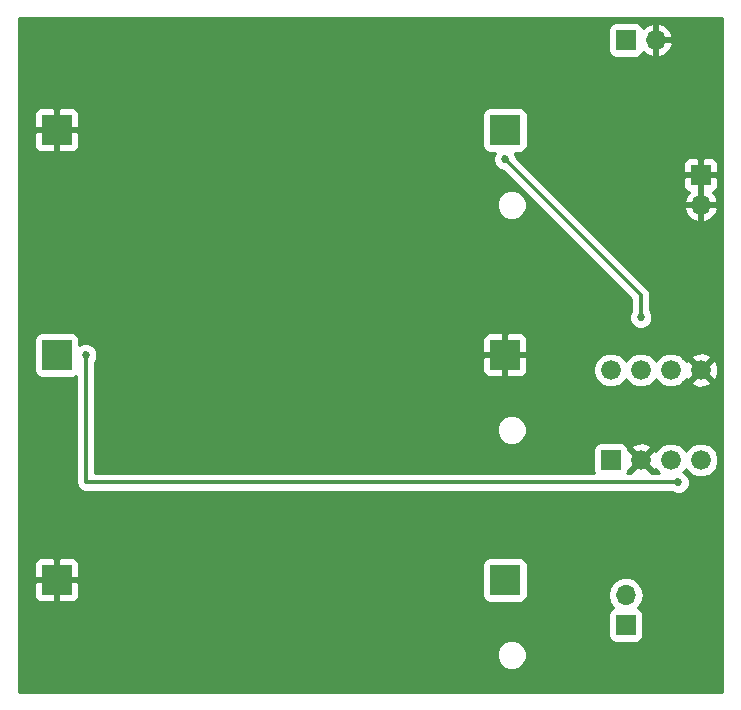
<source format=gbr>
G04 #@! TF.GenerationSoftware,KiCad,Pcbnew,5.0.0+dfsg1-2*
G04 #@! TF.CreationDate,2019-06-02T14:02:43-05:00*
G04 #@! TF.ProjectId,scope-current-shunt,73636F70652D63757272656E742D7368,rev?*
G04 #@! TF.SameCoordinates,Original*
G04 #@! TF.FileFunction,Copper,L2,Bot,Signal*
G04 #@! TF.FilePolarity,Positive*
%FSLAX46Y46*%
G04 Gerber Fmt 4.6, Leading zero omitted, Abs format (unit mm)*
G04 Created by KiCad (PCBNEW 5.0.0+dfsg1-2) date Sun Jun  2 14:02:43 2019*
%MOMM*%
%LPD*%
G01*
G04 APERTURE LIST*
G04 #@! TA.AperFunction,ComponentPad*
%ADD10R,1.700000X1.700000*%
G04 #@! TD*
G04 #@! TA.AperFunction,ComponentPad*
%ADD11O,1.700000X1.700000*%
G04 #@! TD*
G04 #@! TA.AperFunction,ComponentPad*
%ADD12R,1.676400X1.676400*%
G04 #@! TD*
G04 #@! TA.AperFunction,ComponentPad*
%ADD13C,1.676400*%
G04 #@! TD*
G04 #@! TA.AperFunction,ComponentPad*
%ADD14R,2.540000X2.540000*%
G04 #@! TD*
G04 #@! TA.AperFunction,ViaPad*
%ADD15C,0.685800*%
G04 #@! TD*
G04 #@! TA.AperFunction,Conductor*
%ADD16C,0.304800*%
G04 #@! TD*
G04 #@! TA.AperFunction,Conductor*
%ADD17C,0.254000*%
G04 #@! TD*
G04 APERTURE END LIST*
D10*
G04 #@! TO.P,J1,1*
G04 #@! TO.N,VDD*
X154940000Y-147320000D03*
D11*
G04 #@! TO.P,J1,2*
G04 #@! TO.N,N$3*
X154940000Y-144780000D03*
G04 #@! TD*
G04 #@! TO.P,J2,2*
G04 #@! TO.N,GND*
X157480000Y-97790000D03*
D10*
G04 #@! TO.P,J2,1*
G04 #@! TO.N,Vo*
X154940000Y-97790000D03*
G04 #@! TD*
D12*
G04 #@! TO.P,U1,1*
G04 #@! TO.N,N$2*
X153670000Y-133350000D03*
D13*
G04 #@! TO.P,U1,2*
G04 #@! TO.N,GND*
X156210000Y-133350000D03*
G04 #@! TO.P,U1,3*
G04 #@! TO.N,N$3*
X158750000Y-133350000D03*
G04 #@! TO.P,U1,4*
G04 #@! TO.N,V-*
X161290000Y-133350000D03*
G04 #@! TO.P,U1,5*
G04 #@! TO.N,GND*
X161290000Y-125730000D03*
G04 #@! TO.P,U1,6*
G04 #@! TO.N,Vo*
X158750000Y-125730000D03*
G04 #@! TO.P,U1,7*
G04 #@! TO.N,V+*
X156210000Y-125730000D03*
G04 #@! TO.P,U1,8*
G04 #@! TO.N,N$1*
X153670000Y-125730000D03*
G04 #@! TD*
D14*
G04 #@! TO.P,U2,-*
G04 #@! TO.N,V-*
X106756200Y-124460000D03*
G04 #@! TO.P,U2,+*
G04 #@! TO.N,GND*
X144703800Y-124460000D03*
G04 #@! TD*
G04 #@! TO.P,U3,+*
G04 #@! TO.N,V+*
X144703800Y-105410000D03*
G04 #@! TO.P,U3,-*
G04 #@! TO.N,GND*
X106756200Y-105410000D03*
G04 #@! TD*
G04 #@! TO.P,U4,-*
G04 #@! TO.N,GND*
X106756200Y-143510000D03*
G04 #@! TO.P,U4,+*
G04 #@! TO.N,VDD*
X144703800Y-143510000D03*
G04 #@! TD*
D10*
G04 #@! TO.P,J3,1*
G04 #@! TO.N,GND*
X161290000Y-109220000D03*
D11*
G04 #@! TO.P,J3,2*
X161290000Y-111760000D03*
G04 #@! TD*
D15*
G04 #@! TO.N,V+*
X156210000Y-121285000D03*
X144703800Y-107873800D03*
G04 #@! TO.N,V-*
X159385000Y-135255000D03*
X109220000Y-124460000D03*
G04 #@! TD*
D16*
G04 #@! TO.N,V+*
X156210000Y-119380000D02*
X156210000Y-121285000D01*
X144703800Y-107873800D02*
X156210000Y-119380000D01*
G04 #@! TO.N,V-*
X109220000Y-124460000D02*
X109220000Y-135255000D01*
X154172922Y-135255000D02*
X159385000Y-135255000D01*
X109220000Y-135255000D02*
X154172922Y-135255000D01*
G04 #@! TD*
D17*
G04 #@! TO.N,GND*
G36*
X163120001Y-152960000D02*
X103580000Y-152960000D01*
X103580000Y-149607381D01*
X144018000Y-149607381D01*
X144018000Y-150112619D01*
X144211346Y-150579397D01*
X144568603Y-150936654D01*
X145035381Y-151130000D01*
X145540619Y-151130000D01*
X146007397Y-150936654D01*
X146364654Y-150579397D01*
X146558000Y-150112619D01*
X146558000Y-149607381D01*
X146364654Y-149140603D01*
X146007397Y-148783346D01*
X145540619Y-148590000D01*
X145035381Y-148590000D01*
X144568603Y-148783346D01*
X144211346Y-149140603D01*
X144018000Y-149607381D01*
X103580000Y-149607381D01*
X103580000Y-143795750D01*
X104851200Y-143795750D01*
X104851200Y-144906310D01*
X104947873Y-145139699D01*
X105126502Y-145318327D01*
X105359891Y-145415000D01*
X106470450Y-145415000D01*
X106629200Y-145256250D01*
X106629200Y-143637000D01*
X106883200Y-143637000D01*
X106883200Y-145256250D01*
X107041950Y-145415000D01*
X108152509Y-145415000D01*
X108385898Y-145318327D01*
X108564527Y-145139699D01*
X108661200Y-144906310D01*
X108661200Y-143795750D01*
X108502450Y-143637000D01*
X106883200Y-143637000D01*
X106629200Y-143637000D01*
X105009950Y-143637000D01*
X104851200Y-143795750D01*
X103580000Y-143795750D01*
X103580000Y-142113690D01*
X104851200Y-142113690D01*
X104851200Y-143224250D01*
X105009950Y-143383000D01*
X106629200Y-143383000D01*
X106629200Y-141763750D01*
X106883200Y-141763750D01*
X106883200Y-143383000D01*
X108502450Y-143383000D01*
X108661200Y-143224250D01*
X108661200Y-142240000D01*
X142786360Y-142240000D01*
X142786360Y-144780000D01*
X142835643Y-145027765D01*
X142975991Y-145237809D01*
X143186035Y-145378157D01*
X143433800Y-145427440D01*
X145973800Y-145427440D01*
X146221565Y-145378157D01*
X146431609Y-145237809D01*
X146571957Y-145027765D01*
X146621240Y-144780000D01*
X153425908Y-144780000D01*
X153541161Y-145359418D01*
X153869375Y-145850625D01*
X153887619Y-145862816D01*
X153842235Y-145871843D01*
X153632191Y-146012191D01*
X153491843Y-146222235D01*
X153442560Y-146470000D01*
X153442560Y-148170000D01*
X153491843Y-148417765D01*
X153632191Y-148627809D01*
X153842235Y-148768157D01*
X154090000Y-148817440D01*
X155790000Y-148817440D01*
X156037765Y-148768157D01*
X156247809Y-148627809D01*
X156388157Y-148417765D01*
X156437440Y-148170000D01*
X156437440Y-146470000D01*
X156388157Y-146222235D01*
X156247809Y-146012191D01*
X156037765Y-145871843D01*
X155992381Y-145862816D01*
X156010625Y-145850625D01*
X156338839Y-145359418D01*
X156454092Y-144780000D01*
X156338839Y-144200582D01*
X156010625Y-143709375D01*
X155519418Y-143381161D01*
X155086256Y-143295000D01*
X154793744Y-143295000D01*
X154360582Y-143381161D01*
X153869375Y-143709375D01*
X153541161Y-144200582D01*
X153425908Y-144780000D01*
X146621240Y-144780000D01*
X146621240Y-142240000D01*
X146571957Y-141992235D01*
X146431609Y-141782191D01*
X146221565Y-141641843D01*
X145973800Y-141592560D01*
X143433800Y-141592560D01*
X143186035Y-141641843D01*
X142975991Y-141782191D01*
X142835643Y-141992235D01*
X142786360Y-142240000D01*
X108661200Y-142240000D01*
X108661200Y-142113690D01*
X108564527Y-141880301D01*
X108385898Y-141701673D01*
X108152509Y-141605000D01*
X107041950Y-141605000D01*
X106883200Y-141763750D01*
X106629200Y-141763750D01*
X106470450Y-141605000D01*
X105359891Y-141605000D01*
X105126502Y-141701673D01*
X104947873Y-141880301D01*
X104851200Y-142113690D01*
X103580000Y-142113690D01*
X103580000Y-123190000D01*
X104838760Y-123190000D01*
X104838760Y-125730000D01*
X104888043Y-125977765D01*
X105028391Y-126187809D01*
X105238435Y-126328157D01*
X105486200Y-126377440D01*
X108026200Y-126377440D01*
X108273965Y-126328157D01*
X108432600Y-126222160D01*
X108432601Y-135177443D01*
X108417174Y-135255000D01*
X108478285Y-135562228D01*
X108652316Y-135822684D01*
X108912772Y-135996715D01*
X109142448Y-136042400D01*
X109220000Y-136057826D01*
X109297552Y-136042400D01*
X158789441Y-136042400D01*
X158831064Y-136084023D01*
X159190484Y-136232900D01*
X159579516Y-136232900D01*
X159938936Y-136084023D01*
X160214023Y-135808936D01*
X160362900Y-135449516D01*
X160362900Y-135060484D01*
X160214023Y-134701064D01*
X159938936Y-134425977D01*
X159810601Y-134372819D01*
X159998919Y-134184501D01*
X160020000Y-134133607D01*
X160041081Y-134184501D01*
X160455499Y-134598919D01*
X160996962Y-134823200D01*
X161583038Y-134823200D01*
X162124501Y-134598919D01*
X162538919Y-134184501D01*
X162763200Y-133643038D01*
X162763200Y-133056962D01*
X162538919Y-132515499D01*
X162124501Y-132101081D01*
X161583038Y-131876800D01*
X160996962Y-131876800D01*
X160455499Y-132101081D01*
X160041081Y-132515499D01*
X160020000Y-132566393D01*
X159998919Y-132515499D01*
X159584501Y-132101081D01*
X159043038Y-131876800D01*
X158456962Y-131876800D01*
X157915499Y-132101081D01*
X157501081Y-132515499D01*
X157479362Y-132567933D01*
X157245413Y-132494192D01*
X156389605Y-133350000D01*
X157245413Y-134205808D01*
X157479362Y-134132067D01*
X157501081Y-134184501D01*
X157784180Y-134467600D01*
X157039902Y-134467600D01*
X157065808Y-134385413D01*
X156210000Y-133529605D01*
X155354192Y-134385413D01*
X155380098Y-134467600D01*
X155085219Y-134467600D01*
X155106357Y-134435965D01*
X155153462Y-134199149D01*
X155174587Y-134205808D01*
X156030395Y-133350000D01*
X155174587Y-132494192D01*
X155153462Y-132500851D01*
X155116413Y-132314587D01*
X155354192Y-132314587D01*
X156210000Y-133170395D01*
X157065808Y-132314587D01*
X156986983Y-132064510D01*
X156435903Y-131865023D01*
X155850431Y-131891611D01*
X155433017Y-132064510D01*
X155354192Y-132314587D01*
X155116413Y-132314587D01*
X155106357Y-132264035D01*
X154966009Y-132053991D01*
X154755965Y-131913643D01*
X154508200Y-131864360D01*
X152831800Y-131864360D01*
X152584035Y-131913643D01*
X152373991Y-132053991D01*
X152233643Y-132264035D01*
X152184360Y-132511800D01*
X152184360Y-134188200D01*
X152233643Y-134435965D01*
X152254781Y-134467600D01*
X110007400Y-134467600D01*
X110007400Y-130557381D01*
X144018000Y-130557381D01*
X144018000Y-131062619D01*
X144211346Y-131529397D01*
X144568603Y-131886654D01*
X145035381Y-132080000D01*
X145540619Y-132080000D01*
X146007397Y-131886654D01*
X146364654Y-131529397D01*
X146558000Y-131062619D01*
X146558000Y-130557381D01*
X146364654Y-130090603D01*
X146007397Y-129733346D01*
X145540619Y-129540000D01*
X145035381Y-129540000D01*
X144568603Y-129733346D01*
X144211346Y-130090603D01*
X144018000Y-130557381D01*
X110007400Y-130557381D01*
X110007400Y-125055559D01*
X110049023Y-125013936D01*
X110160109Y-124745750D01*
X142798800Y-124745750D01*
X142798800Y-125856310D01*
X142895473Y-126089699D01*
X143074102Y-126268327D01*
X143307491Y-126365000D01*
X144418050Y-126365000D01*
X144576800Y-126206250D01*
X144576800Y-124587000D01*
X144830800Y-124587000D01*
X144830800Y-126206250D01*
X144989550Y-126365000D01*
X146100109Y-126365000D01*
X146333498Y-126268327D01*
X146512127Y-126089699D01*
X146608800Y-125856310D01*
X146608800Y-125436962D01*
X152196800Y-125436962D01*
X152196800Y-126023038D01*
X152421081Y-126564501D01*
X152835499Y-126978919D01*
X153376962Y-127203200D01*
X153963038Y-127203200D01*
X154504501Y-126978919D01*
X154918919Y-126564501D01*
X154940000Y-126513607D01*
X154961081Y-126564501D01*
X155375499Y-126978919D01*
X155916962Y-127203200D01*
X156503038Y-127203200D01*
X157044501Y-126978919D01*
X157458919Y-126564501D01*
X157480000Y-126513607D01*
X157501081Y-126564501D01*
X157915499Y-126978919D01*
X158456962Y-127203200D01*
X159043038Y-127203200D01*
X159584501Y-126978919D01*
X159798007Y-126765413D01*
X160434192Y-126765413D01*
X160513017Y-127015490D01*
X161064097Y-127214977D01*
X161649569Y-127188389D01*
X162066983Y-127015490D01*
X162145808Y-126765413D01*
X161290000Y-125909605D01*
X160434192Y-126765413D01*
X159798007Y-126765413D01*
X159998919Y-126564501D01*
X160020638Y-126512067D01*
X160254587Y-126585808D01*
X161110395Y-125730000D01*
X161469605Y-125730000D01*
X162325413Y-126585808D01*
X162575490Y-126506983D01*
X162774977Y-125955903D01*
X162748389Y-125370431D01*
X162575490Y-124953017D01*
X162325413Y-124874192D01*
X161469605Y-125730000D01*
X161110395Y-125730000D01*
X160254587Y-124874192D01*
X160020638Y-124947933D01*
X159998919Y-124895499D01*
X159798007Y-124694587D01*
X160434192Y-124694587D01*
X161290000Y-125550395D01*
X162145808Y-124694587D01*
X162066983Y-124444510D01*
X161515903Y-124245023D01*
X160930431Y-124271611D01*
X160513017Y-124444510D01*
X160434192Y-124694587D01*
X159798007Y-124694587D01*
X159584501Y-124481081D01*
X159043038Y-124256800D01*
X158456962Y-124256800D01*
X157915499Y-124481081D01*
X157501081Y-124895499D01*
X157480000Y-124946393D01*
X157458919Y-124895499D01*
X157044501Y-124481081D01*
X156503038Y-124256800D01*
X155916962Y-124256800D01*
X155375499Y-124481081D01*
X154961081Y-124895499D01*
X154940000Y-124946393D01*
X154918919Y-124895499D01*
X154504501Y-124481081D01*
X153963038Y-124256800D01*
X153376962Y-124256800D01*
X152835499Y-124481081D01*
X152421081Y-124895499D01*
X152196800Y-125436962D01*
X146608800Y-125436962D01*
X146608800Y-124745750D01*
X146450050Y-124587000D01*
X144830800Y-124587000D01*
X144576800Y-124587000D01*
X142957550Y-124587000D01*
X142798800Y-124745750D01*
X110160109Y-124745750D01*
X110197900Y-124654516D01*
X110197900Y-124265484D01*
X110049023Y-123906064D01*
X109773936Y-123630977D01*
X109414516Y-123482100D01*
X109025484Y-123482100D01*
X108673640Y-123627839D01*
X108673640Y-123190000D01*
X108648516Y-123063690D01*
X142798800Y-123063690D01*
X142798800Y-124174250D01*
X142957550Y-124333000D01*
X144576800Y-124333000D01*
X144576800Y-122713750D01*
X144830800Y-122713750D01*
X144830800Y-124333000D01*
X146450050Y-124333000D01*
X146608800Y-124174250D01*
X146608800Y-123063690D01*
X146512127Y-122830301D01*
X146333498Y-122651673D01*
X146100109Y-122555000D01*
X144989550Y-122555000D01*
X144830800Y-122713750D01*
X144576800Y-122713750D01*
X144418050Y-122555000D01*
X143307491Y-122555000D01*
X143074102Y-122651673D01*
X142895473Y-122830301D01*
X142798800Y-123063690D01*
X108648516Y-123063690D01*
X108624357Y-122942235D01*
X108484009Y-122732191D01*
X108273965Y-122591843D01*
X108026200Y-122542560D01*
X105486200Y-122542560D01*
X105238435Y-122591843D01*
X105028391Y-122732191D01*
X104888043Y-122942235D01*
X104838760Y-123190000D01*
X103580000Y-123190000D01*
X103580000Y-111507381D01*
X144018000Y-111507381D01*
X144018000Y-112012619D01*
X144211346Y-112479397D01*
X144568603Y-112836654D01*
X145035381Y-113030000D01*
X145540619Y-113030000D01*
X146007397Y-112836654D01*
X146364654Y-112479397D01*
X146558000Y-112012619D01*
X146558000Y-111507381D01*
X146364654Y-111040603D01*
X146007397Y-110683346D01*
X145540619Y-110490000D01*
X145035381Y-110490000D01*
X144568603Y-110683346D01*
X144211346Y-111040603D01*
X144018000Y-111507381D01*
X103580000Y-111507381D01*
X103580000Y-105695750D01*
X104851200Y-105695750D01*
X104851200Y-106806310D01*
X104947873Y-107039699D01*
X105126502Y-107218327D01*
X105359891Y-107315000D01*
X106470450Y-107315000D01*
X106629200Y-107156250D01*
X106629200Y-105537000D01*
X106883200Y-105537000D01*
X106883200Y-107156250D01*
X107041950Y-107315000D01*
X108152509Y-107315000D01*
X108385898Y-107218327D01*
X108564527Y-107039699D01*
X108661200Y-106806310D01*
X108661200Y-105695750D01*
X108502450Y-105537000D01*
X106883200Y-105537000D01*
X106629200Y-105537000D01*
X105009950Y-105537000D01*
X104851200Y-105695750D01*
X103580000Y-105695750D01*
X103580000Y-104013690D01*
X104851200Y-104013690D01*
X104851200Y-105124250D01*
X105009950Y-105283000D01*
X106629200Y-105283000D01*
X106629200Y-103663750D01*
X106883200Y-103663750D01*
X106883200Y-105283000D01*
X108502450Y-105283000D01*
X108661200Y-105124250D01*
X108661200Y-104140000D01*
X142786360Y-104140000D01*
X142786360Y-106680000D01*
X142835643Y-106927765D01*
X142975991Y-107137809D01*
X143186035Y-107278157D01*
X143433800Y-107327440D01*
X143871639Y-107327440D01*
X143725900Y-107679284D01*
X143725900Y-108068316D01*
X143874777Y-108427736D01*
X144149864Y-108702823D01*
X144509284Y-108851700D01*
X144568149Y-108851700D01*
X155422600Y-119706152D01*
X155422601Y-120689440D01*
X155380977Y-120731064D01*
X155232100Y-121090484D01*
X155232100Y-121479516D01*
X155380977Y-121838936D01*
X155656064Y-122114023D01*
X156015484Y-122262900D01*
X156404516Y-122262900D01*
X156763936Y-122114023D01*
X157039023Y-121838936D01*
X157187900Y-121479516D01*
X157187900Y-121090484D01*
X157039023Y-120731064D01*
X156997400Y-120689441D01*
X156997400Y-119457550D01*
X157012826Y-119379999D01*
X156996956Y-119300215D01*
X156951715Y-119072772D01*
X156777684Y-118812316D01*
X156711938Y-118768386D01*
X150060442Y-112116890D01*
X159848524Y-112116890D01*
X160018355Y-112526924D01*
X160408642Y-112955183D01*
X160933108Y-113201486D01*
X161163000Y-113080819D01*
X161163000Y-111887000D01*
X161417000Y-111887000D01*
X161417000Y-113080819D01*
X161646892Y-113201486D01*
X162171358Y-112955183D01*
X162561645Y-112526924D01*
X162731476Y-112116890D01*
X162610155Y-111887000D01*
X161417000Y-111887000D01*
X161163000Y-111887000D01*
X159969845Y-111887000D01*
X159848524Y-112116890D01*
X150060442Y-112116890D01*
X147449302Y-109505750D01*
X159805000Y-109505750D01*
X159805000Y-110196310D01*
X159901673Y-110429699D01*
X160080302Y-110608327D01*
X160289878Y-110695136D01*
X160018355Y-110993076D01*
X159848524Y-111403110D01*
X159969845Y-111633000D01*
X161163000Y-111633000D01*
X161163000Y-109347000D01*
X161417000Y-109347000D01*
X161417000Y-111633000D01*
X162610155Y-111633000D01*
X162731476Y-111403110D01*
X162561645Y-110993076D01*
X162290122Y-110695136D01*
X162499698Y-110608327D01*
X162678327Y-110429699D01*
X162775000Y-110196310D01*
X162775000Y-109505750D01*
X162616250Y-109347000D01*
X161417000Y-109347000D01*
X161163000Y-109347000D01*
X159963750Y-109347000D01*
X159805000Y-109505750D01*
X147449302Y-109505750D01*
X146187242Y-108243690D01*
X159805000Y-108243690D01*
X159805000Y-108934250D01*
X159963750Y-109093000D01*
X161163000Y-109093000D01*
X161163000Y-107893750D01*
X161417000Y-107893750D01*
X161417000Y-109093000D01*
X162616250Y-109093000D01*
X162775000Y-108934250D01*
X162775000Y-108243690D01*
X162678327Y-108010301D01*
X162499698Y-107831673D01*
X162266309Y-107735000D01*
X161575750Y-107735000D01*
X161417000Y-107893750D01*
X161163000Y-107893750D01*
X161004250Y-107735000D01*
X160313691Y-107735000D01*
X160080302Y-107831673D01*
X159901673Y-108010301D01*
X159805000Y-108243690D01*
X146187242Y-108243690D01*
X145681700Y-107738149D01*
X145681700Y-107679284D01*
X145535961Y-107327440D01*
X145973800Y-107327440D01*
X146221565Y-107278157D01*
X146431609Y-107137809D01*
X146571957Y-106927765D01*
X146621240Y-106680000D01*
X146621240Y-104140000D01*
X146571957Y-103892235D01*
X146431609Y-103682191D01*
X146221565Y-103541843D01*
X145973800Y-103492560D01*
X143433800Y-103492560D01*
X143186035Y-103541843D01*
X142975991Y-103682191D01*
X142835643Y-103892235D01*
X142786360Y-104140000D01*
X108661200Y-104140000D01*
X108661200Y-104013690D01*
X108564527Y-103780301D01*
X108385898Y-103601673D01*
X108152509Y-103505000D01*
X107041950Y-103505000D01*
X106883200Y-103663750D01*
X106629200Y-103663750D01*
X106470450Y-103505000D01*
X105359891Y-103505000D01*
X105126502Y-103601673D01*
X104947873Y-103780301D01*
X104851200Y-104013690D01*
X103580000Y-104013690D01*
X103580000Y-96940000D01*
X153442560Y-96940000D01*
X153442560Y-98640000D01*
X153491843Y-98887765D01*
X153632191Y-99097809D01*
X153842235Y-99238157D01*
X154090000Y-99287440D01*
X155790000Y-99287440D01*
X156037765Y-99238157D01*
X156247809Y-99097809D01*
X156388157Y-98887765D01*
X156408739Y-98784292D01*
X156713076Y-99061645D01*
X157123110Y-99231476D01*
X157353000Y-99110155D01*
X157353000Y-97917000D01*
X157607000Y-97917000D01*
X157607000Y-99110155D01*
X157836890Y-99231476D01*
X158246924Y-99061645D01*
X158675183Y-98671358D01*
X158921486Y-98146892D01*
X158800819Y-97917000D01*
X157607000Y-97917000D01*
X157353000Y-97917000D01*
X157333000Y-97917000D01*
X157333000Y-97663000D01*
X157353000Y-97663000D01*
X157353000Y-96469845D01*
X157607000Y-96469845D01*
X157607000Y-97663000D01*
X158800819Y-97663000D01*
X158921486Y-97433108D01*
X158675183Y-96908642D01*
X158246924Y-96518355D01*
X157836890Y-96348524D01*
X157607000Y-96469845D01*
X157353000Y-96469845D01*
X157123110Y-96348524D01*
X156713076Y-96518355D01*
X156408739Y-96795708D01*
X156388157Y-96692235D01*
X156247809Y-96482191D01*
X156037765Y-96341843D01*
X155790000Y-96292560D01*
X154090000Y-96292560D01*
X153842235Y-96341843D01*
X153632191Y-96482191D01*
X153491843Y-96692235D01*
X153442560Y-96940000D01*
X103580000Y-96940000D01*
X103580000Y-95960000D01*
X163120000Y-95960000D01*
X163120001Y-152960000D01*
X163120001Y-152960000D01*
G37*
X163120001Y-152960000D02*
X103580000Y-152960000D01*
X103580000Y-149607381D01*
X144018000Y-149607381D01*
X144018000Y-150112619D01*
X144211346Y-150579397D01*
X144568603Y-150936654D01*
X145035381Y-151130000D01*
X145540619Y-151130000D01*
X146007397Y-150936654D01*
X146364654Y-150579397D01*
X146558000Y-150112619D01*
X146558000Y-149607381D01*
X146364654Y-149140603D01*
X146007397Y-148783346D01*
X145540619Y-148590000D01*
X145035381Y-148590000D01*
X144568603Y-148783346D01*
X144211346Y-149140603D01*
X144018000Y-149607381D01*
X103580000Y-149607381D01*
X103580000Y-143795750D01*
X104851200Y-143795750D01*
X104851200Y-144906310D01*
X104947873Y-145139699D01*
X105126502Y-145318327D01*
X105359891Y-145415000D01*
X106470450Y-145415000D01*
X106629200Y-145256250D01*
X106629200Y-143637000D01*
X106883200Y-143637000D01*
X106883200Y-145256250D01*
X107041950Y-145415000D01*
X108152509Y-145415000D01*
X108385898Y-145318327D01*
X108564527Y-145139699D01*
X108661200Y-144906310D01*
X108661200Y-143795750D01*
X108502450Y-143637000D01*
X106883200Y-143637000D01*
X106629200Y-143637000D01*
X105009950Y-143637000D01*
X104851200Y-143795750D01*
X103580000Y-143795750D01*
X103580000Y-142113690D01*
X104851200Y-142113690D01*
X104851200Y-143224250D01*
X105009950Y-143383000D01*
X106629200Y-143383000D01*
X106629200Y-141763750D01*
X106883200Y-141763750D01*
X106883200Y-143383000D01*
X108502450Y-143383000D01*
X108661200Y-143224250D01*
X108661200Y-142240000D01*
X142786360Y-142240000D01*
X142786360Y-144780000D01*
X142835643Y-145027765D01*
X142975991Y-145237809D01*
X143186035Y-145378157D01*
X143433800Y-145427440D01*
X145973800Y-145427440D01*
X146221565Y-145378157D01*
X146431609Y-145237809D01*
X146571957Y-145027765D01*
X146621240Y-144780000D01*
X153425908Y-144780000D01*
X153541161Y-145359418D01*
X153869375Y-145850625D01*
X153887619Y-145862816D01*
X153842235Y-145871843D01*
X153632191Y-146012191D01*
X153491843Y-146222235D01*
X153442560Y-146470000D01*
X153442560Y-148170000D01*
X153491843Y-148417765D01*
X153632191Y-148627809D01*
X153842235Y-148768157D01*
X154090000Y-148817440D01*
X155790000Y-148817440D01*
X156037765Y-148768157D01*
X156247809Y-148627809D01*
X156388157Y-148417765D01*
X156437440Y-148170000D01*
X156437440Y-146470000D01*
X156388157Y-146222235D01*
X156247809Y-146012191D01*
X156037765Y-145871843D01*
X155992381Y-145862816D01*
X156010625Y-145850625D01*
X156338839Y-145359418D01*
X156454092Y-144780000D01*
X156338839Y-144200582D01*
X156010625Y-143709375D01*
X155519418Y-143381161D01*
X155086256Y-143295000D01*
X154793744Y-143295000D01*
X154360582Y-143381161D01*
X153869375Y-143709375D01*
X153541161Y-144200582D01*
X153425908Y-144780000D01*
X146621240Y-144780000D01*
X146621240Y-142240000D01*
X146571957Y-141992235D01*
X146431609Y-141782191D01*
X146221565Y-141641843D01*
X145973800Y-141592560D01*
X143433800Y-141592560D01*
X143186035Y-141641843D01*
X142975991Y-141782191D01*
X142835643Y-141992235D01*
X142786360Y-142240000D01*
X108661200Y-142240000D01*
X108661200Y-142113690D01*
X108564527Y-141880301D01*
X108385898Y-141701673D01*
X108152509Y-141605000D01*
X107041950Y-141605000D01*
X106883200Y-141763750D01*
X106629200Y-141763750D01*
X106470450Y-141605000D01*
X105359891Y-141605000D01*
X105126502Y-141701673D01*
X104947873Y-141880301D01*
X104851200Y-142113690D01*
X103580000Y-142113690D01*
X103580000Y-123190000D01*
X104838760Y-123190000D01*
X104838760Y-125730000D01*
X104888043Y-125977765D01*
X105028391Y-126187809D01*
X105238435Y-126328157D01*
X105486200Y-126377440D01*
X108026200Y-126377440D01*
X108273965Y-126328157D01*
X108432600Y-126222160D01*
X108432601Y-135177443D01*
X108417174Y-135255000D01*
X108478285Y-135562228D01*
X108652316Y-135822684D01*
X108912772Y-135996715D01*
X109142448Y-136042400D01*
X109220000Y-136057826D01*
X109297552Y-136042400D01*
X158789441Y-136042400D01*
X158831064Y-136084023D01*
X159190484Y-136232900D01*
X159579516Y-136232900D01*
X159938936Y-136084023D01*
X160214023Y-135808936D01*
X160362900Y-135449516D01*
X160362900Y-135060484D01*
X160214023Y-134701064D01*
X159938936Y-134425977D01*
X159810601Y-134372819D01*
X159998919Y-134184501D01*
X160020000Y-134133607D01*
X160041081Y-134184501D01*
X160455499Y-134598919D01*
X160996962Y-134823200D01*
X161583038Y-134823200D01*
X162124501Y-134598919D01*
X162538919Y-134184501D01*
X162763200Y-133643038D01*
X162763200Y-133056962D01*
X162538919Y-132515499D01*
X162124501Y-132101081D01*
X161583038Y-131876800D01*
X160996962Y-131876800D01*
X160455499Y-132101081D01*
X160041081Y-132515499D01*
X160020000Y-132566393D01*
X159998919Y-132515499D01*
X159584501Y-132101081D01*
X159043038Y-131876800D01*
X158456962Y-131876800D01*
X157915499Y-132101081D01*
X157501081Y-132515499D01*
X157479362Y-132567933D01*
X157245413Y-132494192D01*
X156389605Y-133350000D01*
X157245413Y-134205808D01*
X157479362Y-134132067D01*
X157501081Y-134184501D01*
X157784180Y-134467600D01*
X157039902Y-134467600D01*
X157065808Y-134385413D01*
X156210000Y-133529605D01*
X155354192Y-134385413D01*
X155380098Y-134467600D01*
X155085219Y-134467600D01*
X155106357Y-134435965D01*
X155153462Y-134199149D01*
X155174587Y-134205808D01*
X156030395Y-133350000D01*
X155174587Y-132494192D01*
X155153462Y-132500851D01*
X155116413Y-132314587D01*
X155354192Y-132314587D01*
X156210000Y-133170395D01*
X157065808Y-132314587D01*
X156986983Y-132064510D01*
X156435903Y-131865023D01*
X155850431Y-131891611D01*
X155433017Y-132064510D01*
X155354192Y-132314587D01*
X155116413Y-132314587D01*
X155106357Y-132264035D01*
X154966009Y-132053991D01*
X154755965Y-131913643D01*
X154508200Y-131864360D01*
X152831800Y-131864360D01*
X152584035Y-131913643D01*
X152373991Y-132053991D01*
X152233643Y-132264035D01*
X152184360Y-132511800D01*
X152184360Y-134188200D01*
X152233643Y-134435965D01*
X152254781Y-134467600D01*
X110007400Y-134467600D01*
X110007400Y-130557381D01*
X144018000Y-130557381D01*
X144018000Y-131062619D01*
X144211346Y-131529397D01*
X144568603Y-131886654D01*
X145035381Y-132080000D01*
X145540619Y-132080000D01*
X146007397Y-131886654D01*
X146364654Y-131529397D01*
X146558000Y-131062619D01*
X146558000Y-130557381D01*
X146364654Y-130090603D01*
X146007397Y-129733346D01*
X145540619Y-129540000D01*
X145035381Y-129540000D01*
X144568603Y-129733346D01*
X144211346Y-130090603D01*
X144018000Y-130557381D01*
X110007400Y-130557381D01*
X110007400Y-125055559D01*
X110049023Y-125013936D01*
X110160109Y-124745750D01*
X142798800Y-124745750D01*
X142798800Y-125856310D01*
X142895473Y-126089699D01*
X143074102Y-126268327D01*
X143307491Y-126365000D01*
X144418050Y-126365000D01*
X144576800Y-126206250D01*
X144576800Y-124587000D01*
X144830800Y-124587000D01*
X144830800Y-126206250D01*
X144989550Y-126365000D01*
X146100109Y-126365000D01*
X146333498Y-126268327D01*
X146512127Y-126089699D01*
X146608800Y-125856310D01*
X146608800Y-125436962D01*
X152196800Y-125436962D01*
X152196800Y-126023038D01*
X152421081Y-126564501D01*
X152835499Y-126978919D01*
X153376962Y-127203200D01*
X153963038Y-127203200D01*
X154504501Y-126978919D01*
X154918919Y-126564501D01*
X154940000Y-126513607D01*
X154961081Y-126564501D01*
X155375499Y-126978919D01*
X155916962Y-127203200D01*
X156503038Y-127203200D01*
X157044501Y-126978919D01*
X157458919Y-126564501D01*
X157480000Y-126513607D01*
X157501081Y-126564501D01*
X157915499Y-126978919D01*
X158456962Y-127203200D01*
X159043038Y-127203200D01*
X159584501Y-126978919D01*
X159798007Y-126765413D01*
X160434192Y-126765413D01*
X160513017Y-127015490D01*
X161064097Y-127214977D01*
X161649569Y-127188389D01*
X162066983Y-127015490D01*
X162145808Y-126765413D01*
X161290000Y-125909605D01*
X160434192Y-126765413D01*
X159798007Y-126765413D01*
X159998919Y-126564501D01*
X160020638Y-126512067D01*
X160254587Y-126585808D01*
X161110395Y-125730000D01*
X161469605Y-125730000D01*
X162325413Y-126585808D01*
X162575490Y-126506983D01*
X162774977Y-125955903D01*
X162748389Y-125370431D01*
X162575490Y-124953017D01*
X162325413Y-124874192D01*
X161469605Y-125730000D01*
X161110395Y-125730000D01*
X160254587Y-124874192D01*
X160020638Y-124947933D01*
X159998919Y-124895499D01*
X159798007Y-124694587D01*
X160434192Y-124694587D01*
X161290000Y-125550395D01*
X162145808Y-124694587D01*
X162066983Y-124444510D01*
X161515903Y-124245023D01*
X160930431Y-124271611D01*
X160513017Y-124444510D01*
X160434192Y-124694587D01*
X159798007Y-124694587D01*
X159584501Y-124481081D01*
X159043038Y-124256800D01*
X158456962Y-124256800D01*
X157915499Y-124481081D01*
X157501081Y-124895499D01*
X157480000Y-124946393D01*
X157458919Y-124895499D01*
X157044501Y-124481081D01*
X156503038Y-124256800D01*
X155916962Y-124256800D01*
X155375499Y-124481081D01*
X154961081Y-124895499D01*
X154940000Y-124946393D01*
X154918919Y-124895499D01*
X154504501Y-124481081D01*
X153963038Y-124256800D01*
X153376962Y-124256800D01*
X152835499Y-124481081D01*
X152421081Y-124895499D01*
X152196800Y-125436962D01*
X146608800Y-125436962D01*
X146608800Y-124745750D01*
X146450050Y-124587000D01*
X144830800Y-124587000D01*
X144576800Y-124587000D01*
X142957550Y-124587000D01*
X142798800Y-124745750D01*
X110160109Y-124745750D01*
X110197900Y-124654516D01*
X110197900Y-124265484D01*
X110049023Y-123906064D01*
X109773936Y-123630977D01*
X109414516Y-123482100D01*
X109025484Y-123482100D01*
X108673640Y-123627839D01*
X108673640Y-123190000D01*
X108648516Y-123063690D01*
X142798800Y-123063690D01*
X142798800Y-124174250D01*
X142957550Y-124333000D01*
X144576800Y-124333000D01*
X144576800Y-122713750D01*
X144830800Y-122713750D01*
X144830800Y-124333000D01*
X146450050Y-124333000D01*
X146608800Y-124174250D01*
X146608800Y-123063690D01*
X146512127Y-122830301D01*
X146333498Y-122651673D01*
X146100109Y-122555000D01*
X144989550Y-122555000D01*
X144830800Y-122713750D01*
X144576800Y-122713750D01*
X144418050Y-122555000D01*
X143307491Y-122555000D01*
X143074102Y-122651673D01*
X142895473Y-122830301D01*
X142798800Y-123063690D01*
X108648516Y-123063690D01*
X108624357Y-122942235D01*
X108484009Y-122732191D01*
X108273965Y-122591843D01*
X108026200Y-122542560D01*
X105486200Y-122542560D01*
X105238435Y-122591843D01*
X105028391Y-122732191D01*
X104888043Y-122942235D01*
X104838760Y-123190000D01*
X103580000Y-123190000D01*
X103580000Y-111507381D01*
X144018000Y-111507381D01*
X144018000Y-112012619D01*
X144211346Y-112479397D01*
X144568603Y-112836654D01*
X145035381Y-113030000D01*
X145540619Y-113030000D01*
X146007397Y-112836654D01*
X146364654Y-112479397D01*
X146558000Y-112012619D01*
X146558000Y-111507381D01*
X146364654Y-111040603D01*
X146007397Y-110683346D01*
X145540619Y-110490000D01*
X145035381Y-110490000D01*
X144568603Y-110683346D01*
X144211346Y-111040603D01*
X144018000Y-111507381D01*
X103580000Y-111507381D01*
X103580000Y-105695750D01*
X104851200Y-105695750D01*
X104851200Y-106806310D01*
X104947873Y-107039699D01*
X105126502Y-107218327D01*
X105359891Y-107315000D01*
X106470450Y-107315000D01*
X106629200Y-107156250D01*
X106629200Y-105537000D01*
X106883200Y-105537000D01*
X106883200Y-107156250D01*
X107041950Y-107315000D01*
X108152509Y-107315000D01*
X108385898Y-107218327D01*
X108564527Y-107039699D01*
X108661200Y-106806310D01*
X108661200Y-105695750D01*
X108502450Y-105537000D01*
X106883200Y-105537000D01*
X106629200Y-105537000D01*
X105009950Y-105537000D01*
X104851200Y-105695750D01*
X103580000Y-105695750D01*
X103580000Y-104013690D01*
X104851200Y-104013690D01*
X104851200Y-105124250D01*
X105009950Y-105283000D01*
X106629200Y-105283000D01*
X106629200Y-103663750D01*
X106883200Y-103663750D01*
X106883200Y-105283000D01*
X108502450Y-105283000D01*
X108661200Y-105124250D01*
X108661200Y-104140000D01*
X142786360Y-104140000D01*
X142786360Y-106680000D01*
X142835643Y-106927765D01*
X142975991Y-107137809D01*
X143186035Y-107278157D01*
X143433800Y-107327440D01*
X143871639Y-107327440D01*
X143725900Y-107679284D01*
X143725900Y-108068316D01*
X143874777Y-108427736D01*
X144149864Y-108702823D01*
X144509284Y-108851700D01*
X144568149Y-108851700D01*
X155422600Y-119706152D01*
X155422601Y-120689440D01*
X155380977Y-120731064D01*
X155232100Y-121090484D01*
X155232100Y-121479516D01*
X155380977Y-121838936D01*
X155656064Y-122114023D01*
X156015484Y-122262900D01*
X156404516Y-122262900D01*
X156763936Y-122114023D01*
X157039023Y-121838936D01*
X157187900Y-121479516D01*
X157187900Y-121090484D01*
X157039023Y-120731064D01*
X156997400Y-120689441D01*
X156997400Y-119457550D01*
X157012826Y-119379999D01*
X156996956Y-119300215D01*
X156951715Y-119072772D01*
X156777684Y-118812316D01*
X156711938Y-118768386D01*
X150060442Y-112116890D01*
X159848524Y-112116890D01*
X160018355Y-112526924D01*
X160408642Y-112955183D01*
X160933108Y-113201486D01*
X161163000Y-113080819D01*
X161163000Y-111887000D01*
X161417000Y-111887000D01*
X161417000Y-113080819D01*
X161646892Y-113201486D01*
X162171358Y-112955183D01*
X162561645Y-112526924D01*
X162731476Y-112116890D01*
X162610155Y-111887000D01*
X161417000Y-111887000D01*
X161163000Y-111887000D01*
X159969845Y-111887000D01*
X159848524Y-112116890D01*
X150060442Y-112116890D01*
X147449302Y-109505750D01*
X159805000Y-109505750D01*
X159805000Y-110196310D01*
X159901673Y-110429699D01*
X160080302Y-110608327D01*
X160289878Y-110695136D01*
X160018355Y-110993076D01*
X159848524Y-111403110D01*
X159969845Y-111633000D01*
X161163000Y-111633000D01*
X161163000Y-109347000D01*
X161417000Y-109347000D01*
X161417000Y-111633000D01*
X162610155Y-111633000D01*
X162731476Y-111403110D01*
X162561645Y-110993076D01*
X162290122Y-110695136D01*
X162499698Y-110608327D01*
X162678327Y-110429699D01*
X162775000Y-110196310D01*
X162775000Y-109505750D01*
X162616250Y-109347000D01*
X161417000Y-109347000D01*
X161163000Y-109347000D01*
X159963750Y-109347000D01*
X159805000Y-109505750D01*
X147449302Y-109505750D01*
X146187242Y-108243690D01*
X159805000Y-108243690D01*
X159805000Y-108934250D01*
X159963750Y-109093000D01*
X161163000Y-109093000D01*
X161163000Y-107893750D01*
X161417000Y-107893750D01*
X161417000Y-109093000D01*
X162616250Y-109093000D01*
X162775000Y-108934250D01*
X162775000Y-108243690D01*
X162678327Y-108010301D01*
X162499698Y-107831673D01*
X162266309Y-107735000D01*
X161575750Y-107735000D01*
X161417000Y-107893750D01*
X161163000Y-107893750D01*
X161004250Y-107735000D01*
X160313691Y-107735000D01*
X160080302Y-107831673D01*
X159901673Y-108010301D01*
X159805000Y-108243690D01*
X146187242Y-108243690D01*
X145681700Y-107738149D01*
X145681700Y-107679284D01*
X145535961Y-107327440D01*
X145973800Y-107327440D01*
X146221565Y-107278157D01*
X146431609Y-107137809D01*
X146571957Y-106927765D01*
X146621240Y-106680000D01*
X146621240Y-104140000D01*
X146571957Y-103892235D01*
X146431609Y-103682191D01*
X146221565Y-103541843D01*
X145973800Y-103492560D01*
X143433800Y-103492560D01*
X143186035Y-103541843D01*
X142975991Y-103682191D01*
X142835643Y-103892235D01*
X142786360Y-104140000D01*
X108661200Y-104140000D01*
X108661200Y-104013690D01*
X108564527Y-103780301D01*
X108385898Y-103601673D01*
X108152509Y-103505000D01*
X107041950Y-103505000D01*
X106883200Y-103663750D01*
X106629200Y-103663750D01*
X106470450Y-103505000D01*
X105359891Y-103505000D01*
X105126502Y-103601673D01*
X104947873Y-103780301D01*
X104851200Y-104013690D01*
X103580000Y-104013690D01*
X103580000Y-96940000D01*
X153442560Y-96940000D01*
X153442560Y-98640000D01*
X153491843Y-98887765D01*
X153632191Y-99097809D01*
X153842235Y-99238157D01*
X154090000Y-99287440D01*
X155790000Y-99287440D01*
X156037765Y-99238157D01*
X156247809Y-99097809D01*
X156388157Y-98887765D01*
X156408739Y-98784292D01*
X156713076Y-99061645D01*
X157123110Y-99231476D01*
X157353000Y-99110155D01*
X157353000Y-97917000D01*
X157607000Y-97917000D01*
X157607000Y-99110155D01*
X157836890Y-99231476D01*
X158246924Y-99061645D01*
X158675183Y-98671358D01*
X158921486Y-98146892D01*
X158800819Y-97917000D01*
X157607000Y-97917000D01*
X157353000Y-97917000D01*
X157333000Y-97917000D01*
X157333000Y-97663000D01*
X157353000Y-97663000D01*
X157353000Y-96469845D01*
X157607000Y-96469845D01*
X157607000Y-97663000D01*
X158800819Y-97663000D01*
X158921486Y-97433108D01*
X158675183Y-96908642D01*
X158246924Y-96518355D01*
X157836890Y-96348524D01*
X157607000Y-96469845D01*
X157353000Y-96469845D01*
X157123110Y-96348524D01*
X156713076Y-96518355D01*
X156408739Y-96795708D01*
X156388157Y-96692235D01*
X156247809Y-96482191D01*
X156037765Y-96341843D01*
X155790000Y-96292560D01*
X154090000Y-96292560D01*
X153842235Y-96341843D01*
X153632191Y-96482191D01*
X153491843Y-96692235D01*
X153442560Y-96940000D01*
X103580000Y-96940000D01*
X103580000Y-95960000D01*
X163120000Y-95960000D01*
X163120001Y-152960000D01*
G04 #@! TD*
M02*

</source>
